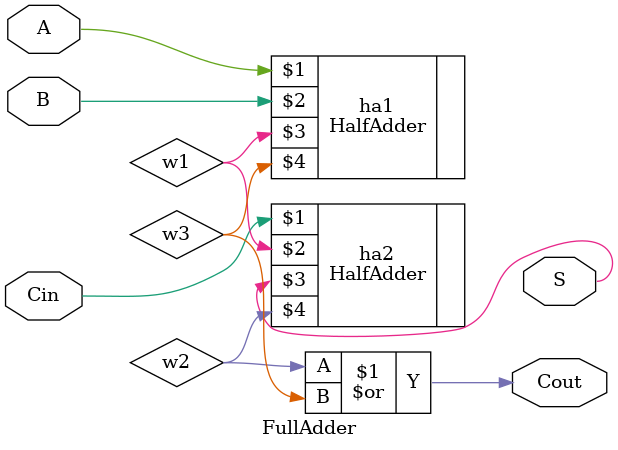
<source format=v>
`timescale 1ns / 1ps
module FullAdder(
	input A,
	input B,
	input Cin,
	output S,
	output Cout
    );

	wire w1,w2,w3;
	
	HalfAdder ha1(A,B,w1,w3);
	HalfAdder ha2(Cin,w1,S,w2);

	assign Cout = w2|w3;
	

endmodule

</source>
